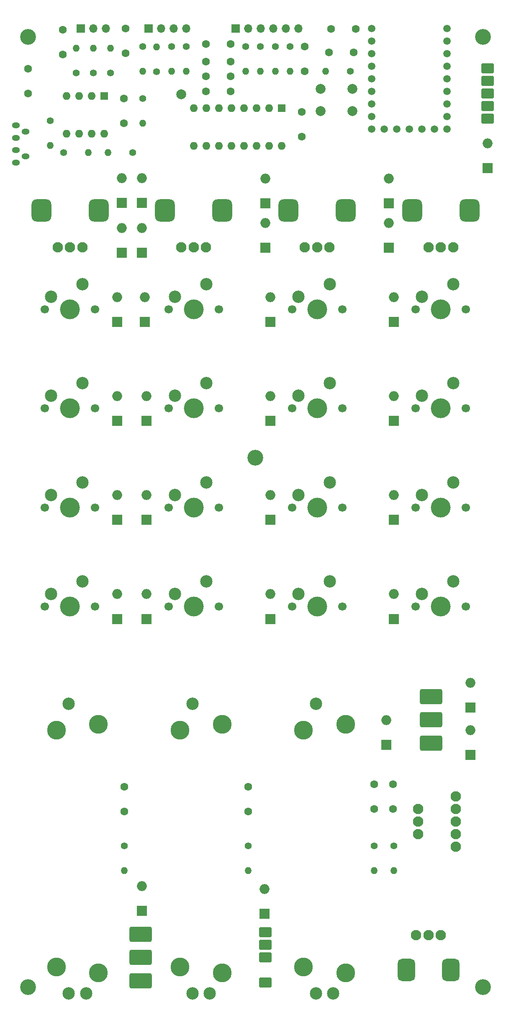
<source format=gts>
G04 #@! TF.GenerationSoftware,KiCad,Pcbnew,7.0.10*
G04 #@! TF.CreationDate,2024-11-07T19:02:29+09:00*
G04 #@! TF.ProjectId,Flight_Master,466c6967-6874-45f4-9d61-737465722e6b,rev?*
G04 #@! TF.SameCoordinates,Original*
G04 #@! TF.FileFunction,Soldermask,Top*
G04 #@! TF.FilePolarity,Negative*
%FSLAX46Y46*%
G04 Gerber Fmt 4.6, Leading zero omitted, Abs format (unit mm)*
G04 Created by KiCad (PCBNEW 7.0.10) date 2024-11-07 19:02:29*
%MOMM*%
%LPD*%
G01*
G04 APERTURE LIST*
G04 Aperture macros list*
%AMRoundRect*
0 Rectangle with rounded corners*
0 $1 Rounding radius*
0 $2 $3 $4 $5 $6 $7 $8 $9 X,Y pos of 4 corners*
0 Add a 4 corners polygon primitive as box body*
4,1,4,$2,$3,$4,$5,$6,$7,$8,$9,$2,$3,0*
0 Add four circle primitives for the rounded corners*
1,1,$1+$1,$2,$3*
1,1,$1+$1,$4,$5*
1,1,$1+$1,$6,$7*
1,1,$1+$1,$8,$9*
0 Add four rect primitives between the rounded corners*
20,1,$1+$1,$2,$3,$4,$5,0*
20,1,$1+$1,$4,$5,$6,$7,0*
20,1,$1+$1,$6,$7,$8,$9,0*
20,1,$1+$1,$8,$9,$2,$3,0*%
G04 Aperture macros list end*
%ADD10O,1.600000X1.200000*%
%ADD11C,1.600000*%
%ADD12C,3.200000*%
%ADD13C,1.400000*%
%ADD14O,1.400000X1.400000*%
%ADD15C,1.700000*%
%ADD16C,4.000000*%
%ADD17C,2.500000*%
%ADD18C,3.800000*%
%ADD19R,2.000000X2.000000*%
%ADD20O,2.000000X2.000000*%
%ADD21C,2.000000*%
%ADD22RoundRect,1.000000X-1.000000X-1.250000X1.000000X-1.250000X1.000000X1.250000X-1.000000X1.250000X0*%
%ADD23C,2.100000*%
%ADD24R,1.700000X1.700000*%
%ADD25O,1.700000X1.700000*%
%ADD26R,1.600000X1.600000*%
%ADD27O,1.600000X1.600000*%
%ADD28RoundRect,0.200000X-1.050000X0.800000X-1.050000X-0.800000X1.050000X-0.800000X1.050000X0.800000X0*%
%ADD29RoundRect,0.875000X0.875000X1.375000X-0.875000X1.375000X-0.875000X-1.375000X0.875000X-1.375000X0*%
%ADD30RoundRect,0.200000X1.050000X-0.800000X1.050000X0.800000X-1.050000X0.800000X-1.050000X-0.800000X0*%
%ADD31C,1.500000*%
%ADD32RoundRect,0.300000X-1.950000X1.200000X-1.950000X-1.200000X1.950000X-1.200000X1.950000X1.200000X0*%
%ADD33RoundRect,0.300000X1.950000X-1.200000X1.950000X1.200000X-1.950000X1.200000X-1.950000X-1.200000X0*%
G04 APERTURE END LIST*
D10*
X38565000Y186565593D03*
X40470000Y185295593D03*
X38565000Y184025593D03*
D11*
X82000000Y201495593D03*
X77000000Y201495593D03*
D12*
X87000000Y124420000D03*
D13*
X94000000Y207535593D03*
D14*
X94000000Y202535593D03*
D15*
X119420000Y134420000D03*
D16*
X124500000Y134420000D03*
D15*
X129580000Y134420000D03*
D17*
X127040000Y139500000D03*
X120690000Y136960000D03*
D15*
X44420000Y154420000D03*
D16*
X49500000Y154420000D03*
D15*
X54580000Y154420000D03*
D17*
X52040000Y159500000D03*
X45690000Y156960000D03*
D11*
X48000000Y205895593D03*
X48000000Y210895593D03*
D13*
X57700000Y202195593D03*
D14*
X57700000Y207195593D03*
D18*
X96750000Y69400000D03*
X96750000Y21600000D03*
X105250000Y70600000D03*
X105250000Y20400000D03*
D17*
X99250000Y16250000D03*
X102750000Y16250000D03*
X99250000Y74750000D03*
D19*
X134000000Y182955593D03*
D20*
X134000000Y187955593D03*
D21*
X106650000Y194445593D03*
X100150000Y194445593D03*
X106650000Y198945593D03*
X100150000Y198945593D03*
D18*
X46750000Y69400000D03*
X46750000Y21600000D03*
X55250000Y70600000D03*
X55250000Y20400000D03*
D17*
X49250000Y16250000D03*
X52750000Y16250000D03*
X49250000Y74750000D03*
D12*
X41000000Y17500000D03*
D19*
X65000000Y91900000D03*
D20*
X65000000Y96900000D03*
D19*
X130500000Y64460000D03*
D20*
X130500000Y69460000D03*
D19*
X90000000Y151920000D03*
D20*
X90000000Y156920000D03*
D19*
X59000000Y91900000D03*
D20*
X59000000Y96900000D03*
D22*
X118700000Y174420000D03*
X130300000Y174420000D03*
D23*
X122000000Y166920000D03*
X124500000Y166920000D03*
X127000000Y166920000D03*
D13*
X67000000Y202455593D03*
D14*
X67000000Y207455593D03*
D13*
X48200000Y186095593D03*
D14*
X53200000Y186095593D03*
D19*
X115000000Y91900000D03*
D20*
X115000000Y96900000D03*
D15*
X94420000Y94420000D03*
D16*
X99500000Y94420000D03*
D15*
X104580000Y94420000D03*
D17*
X102040000Y99500000D03*
X95690000Y96960000D03*
D24*
X65400000Y211195593D03*
D25*
X67940000Y211195593D03*
X70480000Y211195593D03*
X73020000Y211195593D03*
D15*
X44420000Y94420000D03*
D16*
X49500000Y94420000D03*
D15*
X54580000Y94420000D03*
D17*
X52040000Y99500000D03*
X45690000Y96960000D03*
D15*
X94420000Y114420000D03*
D16*
X99500000Y114420000D03*
D15*
X104580000Y114420000D03*
D17*
X102040000Y119500000D03*
X95690000Y116960000D03*
D19*
X88800000Y32360000D03*
D20*
X88800000Y37360000D03*
D24*
X51675000Y211195593D03*
D25*
X54215000Y211195593D03*
X56755000Y211195593D03*
D15*
X119420000Y154420000D03*
D16*
X124500000Y154420000D03*
D15*
X129580000Y154420000D03*
D17*
X127040000Y159500000D03*
X120690000Y156960000D03*
D15*
X119420000Y94420000D03*
D16*
X124500000Y94420000D03*
D15*
X129580000Y94420000D03*
D17*
X127040000Y99500000D03*
X120690000Y96960000D03*
D19*
X90000000Y91900000D03*
D20*
X90000000Y96900000D03*
D26*
X92275000Y195095593D03*
D27*
X89735000Y195095593D03*
X87195000Y195095593D03*
X84655000Y195095593D03*
X82115000Y195095593D03*
X79575000Y195095593D03*
X77035000Y195095593D03*
X74495000Y195095593D03*
X74495000Y187475593D03*
X77035000Y187475593D03*
X79575000Y187475593D03*
X82115000Y187475593D03*
X84655000Y187475593D03*
X87195000Y187475593D03*
X89735000Y187475593D03*
X92275000Y187475593D03*
D15*
X44420000Y114420000D03*
D16*
X49500000Y114420000D03*
D15*
X54580000Y114420000D03*
D17*
X52040000Y119500000D03*
X45690000Y116960000D03*
D19*
X59000000Y111920000D03*
D20*
X59000000Y116920000D03*
D12*
X133000000Y17500000D03*
D13*
X70000000Y207535593D03*
D14*
X70000000Y202535593D03*
D12*
X41000000Y209495593D03*
D15*
X69420000Y154420000D03*
D16*
X74500000Y154420000D03*
D15*
X79580000Y154420000D03*
D17*
X77040000Y159500000D03*
X70690000Y156960000D03*
D15*
X69420000Y94420000D03*
D16*
X74500000Y94420000D03*
D15*
X79580000Y94420000D03*
D17*
X77040000Y99500000D03*
X70690000Y96960000D03*
D11*
X111000000Y58500000D03*
X111000000Y53500000D03*
D13*
X91000000Y207535593D03*
D14*
X91000000Y202535593D03*
D11*
X107300000Y211095593D03*
X102300000Y211095593D03*
D28*
X89000000Y23563500D03*
X89000000Y26103500D03*
X89000000Y28643500D03*
X89000000Y18483500D03*
D13*
X54200000Y202195593D03*
D14*
X54200000Y207195593D03*
D13*
X85500000Y46040000D03*
D14*
X85500000Y41040000D03*
D13*
X50700000Y202195593D03*
D14*
X50700000Y207195593D03*
D11*
X60400000Y191995593D03*
X60400000Y196995593D03*
X114800000Y58500000D03*
X114800000Y53500000D03*
D19*
X130500000Y74000000D03*
D20*
X130500000Y79000000D03*
D19*
X59000000Y151900000D03*
D20*
X59000000Y156900000D03*
D13*
X111000000Y46040000D03*
D14*
X111000000Y41040000D03*
D13*
X106200000Y202500000D03*
D14*
X101200000Y202500000D03*
D19*
X115000000Y131920000D03*
D20*
X115000000Y136920000D03*
D13*
X88000000Y207535593D03*
D14*
X88000000Y202535593D03*
D11*
X106900000Y206295593D03*
X101900000Y206295593D03*
D15*
X94420000Y154420000D03*
D16*
X99500000Y154420000D03*
D15*
X104580000Y154420000D03*
D17*
X102040000Y159500000D03*
X95690000Y156960000D03*
D29*
X126500000Y21000000D03*
X117500000Y21000000D03*
D23*
X124500000Y28000000D03*
X122000000Y28000000D03*
X119500000Y28000000D03*
X127500000Y48460000D03*
X127500000Y51000000D03*
X127500000Y53540000D03*
X127500000Y45920000D03*
X127500000Y56080000D03*
X119880000Y48460000D03*
X119880000Y51000000D03*
X119880000Y53540000D03*
D11*
X60700000Y211195593D03*
X60700000Y206195593D03*
D15*
X44420000Y134420000D03*
D16*
X49500000Y134420000D03*
D15*
X54580000Y134420000D03*
D17*
X52040000Y139500000D03*
X45690000Y136960000D03*
D13*
X64200000Y197035593D03*
D14*
X64200000Y192035593D03*
D11*
X82000000Y204495593D03*
X77000000Y204495593D03*
X41000000Y197995593D03*
X41000000Y202995593D03*
D19*
X89000000Y166880000D03*
D20*
X89000000Y171880000D03*
D18*
X71750000Y69400000D03*
X71750000Y21600000D03*
X80250000Y70600000D03*
X80250000Y20400000D03*
D17*
X74250000Y16250000D03*
X77750000Y16250000D03*
X74250000Y74750000D03*
D30*
X134000000Y200535593D03*
X134000000Y197995593D03*
X134000000Y195455593D03*
X134000000Y203075593D03*
X134000000Y192915593D03*
D15*
X69420000Y134420000D03*
D16*
X74500000Y134420000D03*
D15*
X79580000Y134420000D03*
D17*
X77040000Y139500000D03*
X70690000Y136960000D03*
D19*
X64000000Y165880000D03*
D20*
X64000000Y170880000D03*
D19*
X64000000Y175900000D03*
D20*
X64000000Y180900000D03*
D19*
X90000000Y111920000D03*
D20*
X90000000Y116920000D03*
D11*
X82000000Y207995593D03*
X77000000Y207995593D03*
D24*
X83000000Y211195593D03*
D25*
X85540000Y211195593D03*
X88080000Y211195593D03*
X90620000Y211195593D03*
X93160000Y211195593D03*
X95700000Y211195593D03*
D11*
X82000000Y198495593D03*
X77000000Y198495593D03*
D19*
X89000000Y175880000D03*
D20*
X89000000Y180880000D03*
D22*
X93700000Y174420000D03*
X105300000Y174420000D03*
D23*
X97000000Y166920000D03*
X99500000Y166920000D03*
X102000000Y166920000D03*
D10*
X38565000Y191565593D03*
X40470000Y190295593D03*
X38565000Y189025593D03*
D21*
X72000000Y197895593D03*
D19*
X65000000Y111920000D03*
D20*
X65000000Y116920000D03*
D19*
X114000000Y166880000D03*
D20*
X114000000Y171880000D03*
D31*
X110500000Y211155593D03*
X110500000Y208615593D03*
X110500000Y206075593D03*
X110500000Y203535593D03*
X110500000Y200995593D03*
X110500000Y198455593D03*
X110500000Y195915593D03*
X110500000Y193375593D03*
X110500000Y190835593D03*
X113040000Y190835593D03*
X115580000Y190835593D03*
X118120000Y190835593D03*
X120660000Y190835593D03*
X123200000Y190835593D03*
X125740000Y190835593D03*
X125740000Y193375593D03*
X125740000Y195915593D03*
X125740000Y198455593D03*
X125740000Y200995593D03*
X125740000Y203535593D03*
X125740000Y206075593D03*
X125740000Y208615593D03*
X125740000Y211155593D03*
D12*
X133000000Y209495593D03*
D13*
X45500000Y192535593D03*
D14*
X45500000Y187535593D03*
D13*
X115000000Y46040000D03*
D14*
X115000000Y41040000D03*
D26*
X56400000Y197495593D03*
D27*
X53860000Y197495593D03*
X51320000Y197495593D03*
X48780000Y197495593D03*
X48780000Y189875593D03*
X51320000Y189875593D03*
X53860000Y189875593D03*
X56400000Y189875593D03*
D13*
X73000000Y207535593D03*
D14*
X73000000Y202535593D03*
D11*
X96400000Y194300000D03*
X96400000Y189300000D03*
D15*
X94420000Y134420000D03*
D16*
X99500000Y134420000D03*
D15*
X104580000Y134420000D03*
D17*
X102040000Y139500000D03*
X95690000Y136960000D03*
D19*
X64000000Y32960000D03*
D20*
X64000000Y37960000D03*
D32*
X63800000Y18800000D03*
X63800000Y23500000D03*
X63800000Y28200000D03*
D22*
X43700000Y174420000D03*
X55300000Y174420000D03*
D23*
X47000000Y166920000D03*
X49500000Y166920000D03*
X52000000Y166920000D03*
D19*
X65000000Y131920000D03*
D20*
X65000000Y136920000D03*
D13*
X64200000Y207535593D03*
D14*
X64200000Y202535593D03*
D19*
X114000000Y175880000D03*
D20*
X114000000Y180880000D03*
D11*
X97000000Y202495593D03*
X97000000Y207495593D03*
D19*
X113500000Y66460000D03*
D20*
X113500000Y71460000D03*
D13*
X62140000Y186095593D03*
D14*
X57140000Y186095593D03*
D19*
X115000000Y111920000D03*
D20*
X115000000Y116920000D03*
D19*
X115000000Y151920000D03*
D20*
X115000000Y156920000D03*
D19*
X60000000Y165880000D03*
D20*
X60000000Y170880000D03*
D19*
X59000000Y131920000D03*
D20*
X59000000Y136920000D03*
D19*
X60000000Y175900000D03*
D20*
X60000000Y180900000D03*
D15*
X69420000Y114420000D03*
D16*
X74500000Y114420000D03*
D15*
X79580000Y114420000D03*
D17*
X77040000Y119500000D03*
X70690000Y116960000D03*
D19*
X90000000Y131920000D03*
D20*
X90000000Y136920000D03*
D11*
X60500000Y58000000D03*
X60500000Y53000000D03*
D13*
X85000000Y207535593D03*
D14*
X85000000Y202535593D03*
D22*
X68700000Y174420000D03*
X80300000Y174420000D03*
D23*
X72000000Y166920000D03*
X74500000Y166920000D03*
X77000000Y166920000D03*
D33*
X122500000Y76200000D03*
X122500000Y71500000D03*
X122500000Y66800000D03*
D19*
X64600000Y151900000D03*
D20*
X64600000Y156900000D03*
D15*
X119420000Y114420000D03*
D16*
X124500000Y114420000D03*
D15*
X129580000Y114420000D03*
D17*
X127040000Y119500000D03*
X120690000Y116960000D03*
D13*
X60500000Y46040000D03*
D14*
X60500000Y41040000D03*
D11*
X85500000Y58000000D03*
X85500000Y53000000D03*
M02*

</source>
